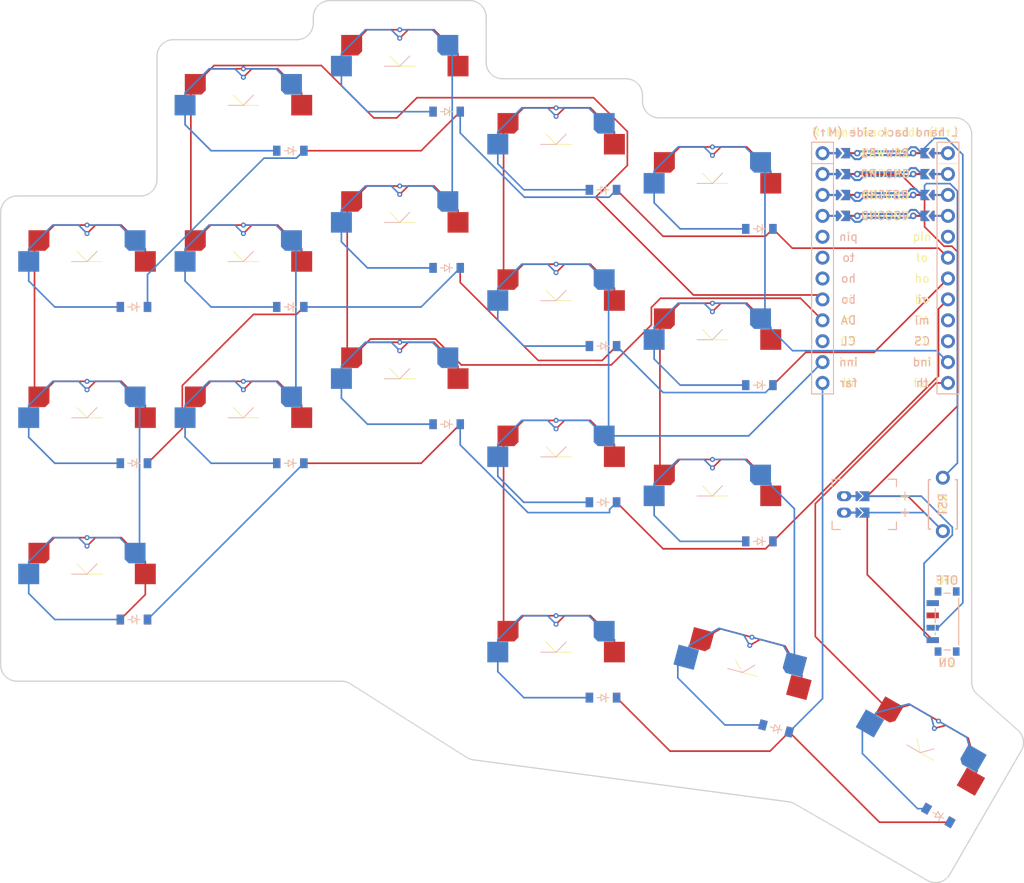
<source format=kicad_pcb>
(kicad_pcb (version 20241229) (generator "pcbnew") (generator_version "9.0")
  (layers (0 "F.Cu" signal) (2 "B.Cu" signal) (13 "F.Paste" user) (15 "B.Paste" user) (5 "F.SilkS" user "F.Silkscreen") (7 "B.SilkS" user "B.Silkscreen") (1 "F.Mask" user) (3 "B.Mask" user) (25 "Edge.Cuts" user))
  (net 0 "")
  (net 1 "pin_bo")
  (net 2 "pin")
  (net 3 "GND")
  (net 4 "pin_ho")
  (net 5 "pin_to")
  (net 6 "ri_bo")
  (net 7 "ri")
  (net 8 "ri_ho")
  (net 9 "ri_to")
  (net 10 "mi_bo")
  (net 11 "mi")
  (net 12 "mi_ho")
  (net 13 "mi_to")
  (net 14 "ind_bo")
  (net 15 "ind")
  (net 16 "ind_ho")
  (net 17 "ind_to")
  (net 18 "inn_bo")
  (net 19 "inn")
  (net 20 "inn_ho")
  (net 21 "inn_to")
  (net 22 "ind_th")
  (net 23 "inn_th")
  (net 24 "far_th")
  (net 25 "far")
  (net 26 "bo")
  (net 27 "ho")
  (net 28 "to")
  (net 29 "th")
  (net 30 "RAW")
  (net 31 "RST")
  (net 32 "VCC")
  (net 33 "P21")
  (net 34 "P20")
  (net 35 "P19")
  (net 36 "CS")
  (net 37 "P1")
  (net 38 "P0")
  (net 39 "DA")
  (net 40 "CL")
  (net 41 "MCU1_24")
  (net 42 "MCU1_1")
  (net 43 "MCU1_23")
  (net 44 "MCU1_2")
  (net 45 "MCU1_22")
  (net 46 "MCU1_3")
  (net 47 "MCU1_21")
  (net 48 "MCU1_4")
  (net 49 "BAT_P")
  (net 50 "JST1_1")
  (net 51 "JST1_2")
  (footprint "ceoloide:power_switch_smd_side" (layer "F.Cu") (at 191.5 118.25)
    (property "Reference" "PWR1" (hide yes))
    (property "Value" "")
  )
  (footprint "ceoloide:diode_tht_sod123" (layer "F.Cu") (at 190.436345 141.823076 150)
    (property "Reference" "D18" (hide yes))
    (property "Value" "")
  )
  (footprint "ceoloide:diode_tht_sod123" (layer "F.Cu") (at 168.7 108.5 180)
    (property "Reference" "D13" (hide yes))
    (property "Value" "")
  )
  (footprint "ceoloide:reset_switch_tht_top" (layer "F.Cu") (at 191 104 90)
    (property "Reference" "RST1" (hide yes))
    (property "Value" "")
  )
  (footprint "ceoloide:diode_tht_sod123" (layer "F.Cu") (at 149.7 84.75 180)
    (property "Reference" "D11" (hide yes))
    (property "Value" "")
  )
  (footprint "ceoloide:diode_tht_sod123" (layer "F.Cu") (at 92.7 118 180)
    (property "Reference" "D1" (hide yes))
    (property "Value" "")
  )
  (footprint "ceoloide:diode_tht_sod123" (layer "F.Cu") (at 130.7 56.25 180)
    (property "Reference" "D9" (hide yes))
    (property "Value" "")
  )
  (footprint "ceoloide:diode_tht_sod123" (layer "F.Cu") (at 111.7 61 180)
    (property "Reference" "D6" (hide yes))
    (property "Value" "")
  )
  (footprint "ceoloide:diode_tht_sod123" (layer "F.Cu") (at 111.7 99 180)
    (property "Reference" "D4" (hide yes))
    (property "Value" "")
  )
  (footprint "ceoloide:diode_tht_sod123" (layer "F.Cu") (at 149.7 103.75 180)
    (property "Reference" "D10" (hide yes))
    (property "Value" "")
  )
  (footprint "ceoloide:battery_connector_jst_ph_2" (layer "F.Cu") (at 179 104 90)
    (property "Reference" "JST1" (hide yes))
    (property "Value" "")
  )
  (footprint "ceoloide:diode_tht_sod123" (layer "F.Cu") (at 168.7 70.5 180)
    (property "Reference" "D15" (hide yes))
    (property "Value" "")
  )
  (footprint "ceoloide:diode_tht_sod123" (layer "F.Cu") (at 92.7 99 180)
    (property "Reference" "D2" (hide yes))
    (property "Value" "")
  )
  (footprint "ceoloide:diode_tht_sod123" (layer "F.Cu") (at 92.7 80 180)
    (property "Reference" "D3" (hide yes))
    (property "Value" "")
  )
  (footprint "ceoloide:diode_tht_sod123" (layer "F.Cu") (at 130.7 94.25 180)
    (property "Reference" "D7" (hide yes))
    (property "Value" "")
  )
  (footprint "ceoloide:mcu_supermini_nrf52840" (layer "F.Cu") (at 184 74)
    (property "Reference" "MCU1" (hide yes))
    (property "Value" "")
  )
  (footprint "ceoloide:diode_tht_sod123" (layer "F.Cu") (at 168.7 89.5 180)
    (property "Reference" "D14" (hide yes))
    (property "Value" "")
  )
  (footprint "ceoloide:diode_tht_sod123" (layer "F.Cu") (at 149.7 65.75 180)
    (property "Reference" "D12" (hide yes))
    (property "Value" "")
  )
  (footprint "ceoloide:diode_tht_sod123" (layer "F.Cu") (at 170.72932 131.248046 165)
    (property "Reference" "D17" (hide yes))
    (property "Value" "")
  )
  (footprint "ceoloide:diode_tht_sod123" (layer "F.Cu") (at 149.7 127.5 180)
    (property "Reference" "D16" (hide yes))
    (property "Value" "")
  )
  (footprint "ceoloide:diode_tht_sod123" (layer "F.Cu") (at 130.7 75.25 180)
    (property "Reference" "D8" (hide yes))
    (property "Value" "")
  )
  (footprint "ceoloide:diode_tht_sod123" (layer "F.Cu") (at 111.7 80 180)
    (property "Reference" "D5" (hide yes))
    (property "Value" "")
  )
  (footprint "ceoloide:switch_mx" (layer "B.Cu") (at 106 77)
    (property "Reference" "S5" (hide yes))
    (property "Value" "")
  )
  (footprint "ceoloide:switch_mx" (layer "B.Cu") (at 87 115)
    (property "Reference" "S1" (hide yes))
    (property "Value" "")
  )
  (footprint "ceoloide:switch_mx" (layer "B.Cu") (at 163 86.5)
    (property "Reference" "S14" (hide yes))
    (property "Value" "")
  )
  (footprint "ceoloide:switch_mx" (layer "B.Cu") (at 106 96)
    (property "Reference" "S4" (hide yes))
    (property "Value" "")
  )
  (footprint "ceoloide:switch_mx" (layer "B.Cu") (at 87 77)
    (property "Reference" "S3" (hide yes))
    (property "Value" "")
  )
  (footprint "ceoloide:switch_mx" (layer "B.Cu") (at 125 91.25)
    (property "Reference" "S7" (hide yes))
    (property "Value" "")
  )
  (footprint "ceoloide:switch_mx" (layer "B.Cu") (at 87 96)
    (property "Reference" "S2" (hide yes))
    (property "Value" "")
  )
  (footprint "ceoloide:switch_mx" (layer "B.Cu") (at 166 126.875 -15)
    (property "Reference" "S17" (hide yes))
    (property "Value" "")
  )
  (footprint "ceoloide:switch_mx" (layer "B.Cu") (at 144 124.5)
    (property "Reference" "S16" (hide yes))
    (property "Value" "")
  )
  (footprint "ceoloide:switch_mx" (layer "B.Cu") (at 163 105.5)
    (property "Reference" "S13" (hide yes))
    (property "Value" "")
  )
  (footprint "ceoloide:switch_mx" (layer "B.Cu") (at 144 100.75)
    (property "Reference" "S10" (hide yes))
    (property "Value" "")
  )
  (footprint "ceoloide:switch_mx" (layer "B.Cu") (at 125 72.25)
    (property "Reference" "S8" (hide yes))
    (property "Value" "")
  )
  (footprint "ceoloide:switch_mx" (layer "B.Cu") (at 125 53.25)
    (property "Reference" "S9" (hide yes))
    (property "Value" "")
  )
  (footprint "ceoloide:switch_mx" (layer "B.Cu") (at 106 58)
    (property "Reference" "S6" (hide yes))
    (property "Value" "")
  )
  (footprint "ceoloide:switch_mx" (layer "B.Cu") (at 187 136.375 -30)
    (property "Reference" "S18" (hide yes))
    (property "Value" "")
  )
  (footprint "ceoloide:switch_mx" (layer "B.Cu") (at 144 81.75)
    (property "Reference" "S11" (hide yes))
    (property "Value" "")
  )
  (footprint "ceoloide:switch_mx" (layer "B.Cu") (at 163 67.5)
    (property "Reference" "S15" (hide yes))
    (property "Value" "")
  )
  (footprint "ceoloide:switch_mx" (layer "B.Cu") (at 144 62.75)
    (property "Reference" "S12" (hide yes))
    (property "Value" "")
  )
  (gr_arc (start 95.5 64.5) (mid 94.914214 65.914214) (end 93.5 66.5) (stroke (width 0.15)) (layer "Edge.Cuts"))
  (gr_line (start 191.843267 148.986216) (end 200.524679 133.949569) (stroke (width 0.15)) (layer "Edge.Cuts"))
  (gr_arc (start 95.5 49.5) (mid 96.085786 48.085786) (end 97.5 47.5) (stroke (width 0.15)) (layer "Edge.Cuts"))
  (gr_line (start 154.5 55) (end 154.5 54.25) (stroke (width 0.15)) (layer "Edge.Cuts"))
  (gr_line (start 152.5 52.25) (end 137.5 52.25) (stroke (width 0.15)) (layer "Edge.Cuts"))
  (gr_arc (start 133.935088 135.057982) (mid 133.516257 134.955259) (end 133.12918 134.765147) (stroke (width 0.15)) (layer "Edge.Cuts"))
  (gr_arc (start 156.5 57) (mid 155.085786 56.414214) (end 154.5 55) (stroke (width 0.15)) (layer "Edge.Cuts"))
  (gr_line (start 76.5 68.5) (end 76.5 123.5) (stroke (width 0.15)) (layer "Edge.Cuts"))
  (gr_line (start 133.935088 135.057982) (end 172.264029 140.165932) (stroke (width 0.15)) (layer "Edge.Cuts"))
  (gr_line (start 112.5 47.5) (end 97.5 47.5) (stroke (width 0.15)) (layer "Edge.Cuts"))
  (gr_arc (start 133.5 42.75) (mid 134.914214 43.335786) (end 135.5 44.75) (stroke (width 0.15)) (layer "Edge.Cuts"))
  (gr_line (start 93.5 66.5) (end 78.5 66.5) (stroke (width 0.15)) (layer "Edge.Cuts"))
  (gr_arc (start 117.919941 125.5) (mid 118.477038 125.579167) (end 118.990045 125.810362) (stroke (width 0.15)) (layer "Edge.Cuts"))
  (gr_line (start 133.5 42.75) (end 116.5 42.75) (stroke (width 0.15)) (layer "Edge.Cuts"))
  (gr_arc (start 114.5 45.5) (mid 113.914214 46.914214) (end 112.5 47.5) (stroke (width 0.15)) (layer "Edge.Cuts"))
  (gr_line (start 172.999832 140.416355) (end 189.111216 149.718267) (stroke (width 0.15)) (layer "Edge.Cuts"))
  (gr_line (start 200.115077 131.449193) (end 195.177551 127.097201) (stroke (width 0.15)) (layer "Edge.Cuts"))
  (gr_arc (start 114.5 44.75) (mid 115.085786 43.335786) (end 116.5 42.75) (stroke (width 0.15)) (layer "Edge.Cuts"))
  (gr_line (start 118.990045 125.810362) (end 133.12918 134.765147) (stroke (width 0.15)) (layer "Edge.Cuts"))
  (gr_arc (start 78.5 125.5) (mid 77.085786 124.914214) (end 76.5 123.5) (stroke (width 0.15)) (layer "Edge.Cuts"))
  (gr_arc (start 192.5 57) (mid 193.914214 57.585786) (end 194.5 59) (stroke (width 0.15)) (layer "Edge.Cuts"))
  (gr_line (start 194.5 125.596825) (end 194.5 59) (stroke (width 0.15)) (layer "Edge.Cuts"))
  (gr_line (start 135.5 50.25) (end 135.5 44.75) (stroke (width 0.15)) (layer "Edge.Cuts"))
  (gr_line (start 78.5 125.5) (end 117.919941 125.5) (stroke (width 0.15)) (layer "Edge.Cuts"))
  (gr_line (start 114.5 44.75) (end 114.5 45.5) (stroke (width 0.15)) (layer "Edge.Cuts"))
  (gr_arc (start 200.115077 131.449193) (mid 200.76633 132.626251) (end 200.524679 133.949569) (stroke (width 0.15)) (layer "Edge.Cuts"))
  (gr_arc (start 195.177551 127.097201) (mid 194.677233 126.419961) (end 194.5 125.596825) (stroke (width 0.15)) (layer "Edge.Cuts"))
  (gr_arc (start 172.264029 140.165932) (mid 172.64421 140.255061) (end 172.999832 140.416355) (stroke (width 0.15)) (layer "Edge.Cuts"))
  (gr_arc (start 137.5 52.25) (mid 136.085786 51.664214) (end 135.5 50.25) (stroke (width 0.15)) (layer "Edge.Cuts"))
  (gr_line (start 192.5 57) (end 156.5 57) (stroke (width 0.15)) (layer "Edge.Cuts"))
  (gr_arc (start 152.5 52.25) (mid 153.914214 52.835786) (end 154.5 54.25) (stroke (width 0.15)) (layer "Edge.Cuts"))
  (gr_arc (start 191.843267 148.986216) (mid 190.628852 149.918071) (end 189.111216 149.718267) (stroke (width 0.15)) (layer "Edge.Cuts"))
  (gr_line (start 95.5 49.5) (end 95.5 64.5) (stroke (width 0.15)) (layer "Edge.Cuts"))
  (gr_arc (start 76.5 68.5) (mid 77.085786 67.085786) (end 78.5 66.5) (stroke (width 0.15)) (layer "Edge.Cuts"))
  (segment (start 88.029 108.041) (end 91.166 108.041) (width 0.2) (layer "F.Cu") (net 1))
  (segment (start 94.085 114.965) (end 94.085 112.46) (width 0.2) (layer "F.Cu") (net 1))
  (segment (start 91.05 118) (end 94.085 114.965) (width 0.2) (layer "F.Cu") (net 1))
  (segment (start 94.085 110.96) (end 94.085 112.46) (width 0.2) (layer "F.Cu") (net 1))
  (segment (start 87 109.07) (end 88.029 108.041) (width 0.2) (layer "F.Cu") (net 1))
  (segment (start 91.166 108.041) (end 94.085 110.96) (width 0.2) (layer "F.Cu") (net 1))
  (via (at 87 109.07) (size 0.6) (drill 0.3) (layers "F.Cu" "B.Cu") (net 1))
  (segment (start 79.915 114.834892) (end 79.915 112.46) (width 0.2) (layer "B.Cu") (net 1))
  (segment (start 91.05 118) (end 83.080108 118) (width 0.2) (layer "B.Cu") (net 1))
  (segment (start 82.834 108.041) (end 85.971 108.041) (width 0.2) (layer "B.Cu") (net 1))
  (segment (start 79.915 110.96) (end 82.834 108.041) (width 0.2) (layer "B.Cu") (net 1))
  (segment (start 83.080108 118) (end 79.915 114.834892) (width 0.2) (layer "B.Cu") (net 1))
  (segment (start 85.971 108.041) (end 87 109.07) (width 0.2) (layer "B.Cu") (net 1))
  (segment (start 79.915 112.46) (end 79.915 110.96) (width 0.2) (layer "B.Cu") (net 1))
  (segment (start 81.158 90.92) (end 80.619 90.381) (width 0.2) (layer "F.Cu") (net 2))
  (segment (start 81.158 71.92) (end 83.037 70.041) (width 0.2) (layer "F.Cu") (net 2))
  (segment (start 81.158 90.92) (end 83.037 89.041) (width 0.2) (layer "F.Cu") (net 2))
  (segment (start 83.037 89.041) (end 87 89.041) (width 0.2) (layer "F.Cu") (net 2))
  (segment (start 83.037 70.041) (end 87 70.041) (width 0.2) (layer "F.Cu") (net 2))
  (segment (start 80.619 90.381) (end 80.619 72.459) (width 0.2) (layer "F.Cu") (net 2))
  (segment (start 80.619 72.459) (end 81.158 71.92) (width 0.2) (layer "F.Cu") (net 2))
  (segment (start 81.158 109.92) (end 83.037 108.041) (width 0.2) (layer "F.Cu") (net 2))
  (segment (start 83.037 108.041) (end 87 108.041) (width 0.2) (layer "F.Cu") (net 2))
  (via (at 87 70.041) (size 0.6) (drill 0.3) (layers "F.Cu" "B.Cu") (net 2))
  (via (at 87 89.041) (size 0.6) (drill 0.3) (layers "F.Cu" "B.Cu") (net 2))
  (via (at 87 108.041) (size 0.6) (drill 0.3) (layers "F.Cu" "B.Cu") (net 2))
  (segment (start 87 108.041) (end 90.963 108.0405) (width 0.2) (layer "B.Cu") (net 2))
  (segment (start 93.381 91.459) (end 92.842 90.92) (width 0.2) (layer "B.Cu") (net 2))
  (segment (start 93.381 109.381) (end 93.381 91.459) (width 0.2) (layer "B.Cu") (net 2))
  (segment (start 90.963 89.041) (end 92.842 90.92) (width 0.2) (layer "B.Cu") (net 2))
  (segment (start 87 89.041) (end 90.963 89.0405) (width 0.2) (layer "B.Cu") (net 2))
  (segment (start 90.963 108.041) (end 92.842 109.92) (width 0.2) (layer "B.Cu") (net 2))
  (segment (start 92.842 109.92) (end 93.381 109.381) (width 0.2) (layer "B.Cu") (net 2))
  (segment (start 90.963 70.041) (end 92.842 71.92) (width 0.2) (layer "B.Cu") (net 2))
  (segment (start 87 70.041) (end 90.963 70.0405) (width 0.2) (layer "B.Cu") (net 2))
  (segment (start 188.775 66.38) (end 188.38 66.38) (width 0.2) (layer "F.Cu") (net 3))
  (segment (start 185.84 63.84) (end 179.225 63.84) (width 0.2) (layer "F.Cu") (net 3))
  (segment (start 188.775 66.38) (end 187.4 66.38) (width 0.25) (layer "F.Cu") (net 3))
  (segment (start 179.225 63.84) (end 180.6 63.84) (width 0.25) (layer "F.Cu") (net 3))
  (segment (start 192.771 92.045) (end 192.771 73.28524) (width 0.2) (layer "F.Cu") (net 3))
  (segment (start 192.771 73.28524) (end 192.09676 72.611) (width 0.2) (layer "F.Cu") (net 3))
  (segment (start 188.775 70.24276) (end 188.775 68.92) (width 0.2) (layer "F.Cu") (net 3))
  (segment (start 188.38 66.38) (end 185.84 63.84) (width 0.2) (layer "F.Cu") (net 3))
  (segment (start 192.09676 72.611) (end 191.14324 72.611) (width 0.2) (layer "F.Cu") (net 3))
  (segment (start 186.75 103) (end 181.816 103) (width 0.2) (layer "F.Cu") (net 3))
  (segment (start 188.775 68.92) (end 187.4 68.92) (width 0.25) (layer "F.Cu") (net 3))
  (segment (start 191 107.25) (end 186.75 103) (width 0.2) (layer "F.Cu") (net 3))
  (segment (start 181.816 103) (end 192.771 92.045) (width 0.2) (layer "F.Cu") (net 3))
  (segment (start 191.14324 72.611) (end 188.775 70.24276) (width 0.2) (layer "F.Cu") (net 3))
  (segment (start 188.775 68.92) (end 188.775 66.38) (width 0.2) (layer "F.Cu") (net 3))
  (segment (start 180.299695 69.645) (end 180.900305 69.645) (width 0.25) (layer "B.Cu") (net 3))
  (segment (start 179.225 68.92) (end 179.574695 68.92) (width 0.25) (layer "B.Cu") (net 3))
  (segment (start 188.775 63.84) (end 188.425305 63.84) (width 0.25) (layer "B.Cu") (net 3))
  (segment (start 179.574695 68.92) (end 180.299695 69.645) (width 0.25) (layer "B.Cu") (net 3))
  (segment (start 188.425305 63.84) (end 187.700305 63.115) (width 0.25) (layer "B.Cu") (net 3))
  (segment (start 179.574695 66.38) (end 180.299695 67.105) (width 0.25) (layer "B.Cu") (net 3))
  (segment (start 181.395305 66.61) (end 187.17 66.61) (width 0.25) (layer "B.Cu") (net 3))
  (segment (start 180.900305 67.105) (end 181.395305 66.61) (width 0.25) (layer "B.Cu") (net 3))
  (segment (start 179.225 66.38) (end 179.574695 66.38) (width 0.25) (layer "B.Cu") (net 3))
  (segment (start 180.900305 69.645) (end 181.395305 69.15) (width 0.25) (layer "B.Cu") (net 3))
  (segment (start 191 107.25) (end 188.75 105) (width 0.2) (layer "B.Cu") (net 3))
  (segment (start 188.75 105) (end 181.816 105) (width 0.2) (layer "B.Cu") (net 3))
  (segment (start 186.594695 63.62) (end 180.82 63.62) (width 0.25) (layer "B.Cu") (net 3))
  (segment (start 180.299695 67.105) (end 180.900305 67.105) (width 0.25) (layer "B.Cu") (net 3))
  (segment (start 181.395305 69.15) (end 187.17 69.15) (width 0.25) (layer "B.Cu") (net 3))
  (segment (start 187.700305 63.115) (end 187.099695 63.115) (width 0.25) (layer "B.Cu") (net 3))
  (segment (start 187.099695 63.115) (end 186.594695 63.62) (width 0.25) (layer "B.Cu") (net 3))
  (segment (start 88.029 89.041) (end 91.166 89.041) (width 0.2) (layer "F.Cu") (net 4))
  (segment (start 91.166 89.041) (end 94.085 91.96) (width 0.2) (layer "F.Cu") (net 4))
  (segment (start 87 90.07) (end 88.029 89.041) (width 0.2) (layer "F.Cu") (net 4))
  (segment (start 94.085 91.96) (end 94.085 93.46) (width 0.2) (layer "F.Cu") (net 4))
  (via (at 87 90.07) (size 0.6) (drill 0.3) (layers "F.Cu" "B.Cu") (net 4))
  (segment (start 79.915 93.46) (end 79.915 91.96) (width 0.2) (layer "B.Cu") (net 4))
  (segment (start 82.834 89.041) (end 85.971 89.041) (width 0.2) (layer "B.Cu") (net 4))
  (segment (start 91.05 99) (end 83.080108 99) (width 0.2) (layer "B.Cu") (net 4))
  (segment (start 79.915 95.834892) (end 79.915 93.46) (width 0.2) (layer "B.Cu") (net 4))
  (segment (start 83.080108 99) (end 79.915 95.834892) (width 0.2) (layer "B.Cu") (net 4))
  (segment (start 85.971 89.041) (end 87 90.07) (width 0.2) (layer "B.Cu") (net 4))
  (segment (start 79.915 91.96) (end 82.834 89.041) (width 0.2) (layer "B.Cu") (net 4))
  (segment (start 94.085 72.96) (end 94.085 74.46) (width 0.2) (layer "F.Cu") (net 5))
  (segment (start 87 71.07) (end 88.029 70.041) (width 0.2) (layer "F.Cu") (net 5))
  (segment (start 88.029 70.041) (end 91.166 70.041) (width 0.2) (layer "F.Cu") (net 5))
  (segment (start 91.166 70.041) (end 94.085 72.96) (width 0.2) (layer "F.Cu") (net 5))
  (via (at 87 71.07) (size 0.6) (drill 0.3) (layers "F.Cu" "B.Cu") (net 5))
  (segment (start 91.05 80) (end 83.080108 80) (width 0.2) (layer "B.Cu") (net 5))
  (segment (start 82.834 70.041) (end 85.971 70.041) (width 0.2) (layer "B.Cu") (net 5))
  (segment (start 85.971 70.041) (end 87 71.07) (width 0.2) (layer "B.Cu") (net 5))
  (segment (start 79.915 72.96) (end 82.834 70.041) (width 0.2) (layer "B.Cu") (net 5))
  (segment (start 79.915 74.46) (end 79.915 72.96) (width 0.2) (layer "B.Cu") (net 5))
  (segment (start 83.080108 80) (end 79.915 76.834892) (width 0.2) (layer "B.Cu") (net 5))
  (segment (start 79.915 76.834892) (end 79.915 74.46) (width 0.2) (layer "B.Cu") (net 5))
  (segment (start 106 90.07) (end 107.029 89.041) (width 0.2) (layer "F.Cu") (net 6))
  (segment (start 110.166 89.041) (end 113.085 91.96) (width 0.2) (layer "F.Cu") (net 6))
  (segment (start 113.085 91.96) (end 113.085 93.46) (width 0.2) (layer "F.Cu") (net 6))
  (segment (start 107.029 89.041) (end 110.166 89.041) (width 0.2) (layer "F.Cu") (net 6))
  (via (at 106 90.07) (size 0.6) (drill 0.3) (layers "F.Cu" "B.Cu") (net 6))
  (segment (start 102.080108 99) (end 98.915 95.834892) (width 0.2) (layer "B.Cu") (net 6))
  (segment (start 101.834 89.041) (end 104.971 89.041) (width 0.2) (layer "B.Cu") (net 6))
  (segment (start 98.915 95.834892) (end 98.915 93.46) (width 0.2) (layer "B.Cu") (net 6))
  (segment (start 98.915 91.96) (end 101.834 89.041) (width 0.2) (layer "B.Cu") (net 6))
  (segment (start 104.971 89.041) (end 106 90.07) (width 0.2) (layer "B.Cu") (net 6))
  (segment (start 98.915 93.46) (end 98.915 91.96) (width 0.2) (layer "B.Cu") (net 6))
  (segment (start 110.05 99) (end 102.080108 99) (width 0.2) (layer "B.Cu") (net 6))
  (segment (start 115.470108 50.64) (end 102.438 50.64) (width 0.2) (layer "F.Cu") (net 7))
  (segment (start 148.801 66.651) (end 152.661 62.791) (width 0.2) (layer "F.Cu") (net 7))
  (segment (start 100.158 71.92) (end 99.619 71.381) (width 0.2) (layer "F.Cu") (net 7))
  (segment (start 160.689 78.539) (end 148.801 66.651) (width 0.2) (layer "F.Cu") (net 7))
  (segment (start 99.619 53.459) (end 100.158 52.92) (width 0.2) (layer "F.Cu") (net 7))
  (segment (start 100.158 52.92) (end 102.037 51.041) (width 0.2) (layer "F.Cu") (net 7))
  (segment (start 99.619 71.381) (end 99.619 53.459) (width 0.2) (layer "F.Cu") (net 7))
  (segment (start 175.839 78.539) (end 160.689 78.539) (width 0.2) (layer "F.Cu") (net 7))
  (segment (start 100.158 90.92) (end 102.037 89.041) (width 0.2) (layer "F.Cu") (net 7))
  (segment (start 100.158 71.92) (end 102.037 70.041) (width 0.2) (layer "F.Cu") (net 7))
  (segment (start 124.634527 57.011) (end 121.841108 57.011) (width 0.2) (layer "F.Cu") (net 7))
  (segment (start 102.037 70.041) (end 106 70.041) (width 0.2) (layer "F.Cu") (net 7))
  (segment (start 176.38 79.08) (end 175.839 78.539) (width 0.2) (layer "F.Cu") (net 7))
  (segment (start 148.553 54.551) (end 127.094527 54.551) (width 0.2) (layer "F.Cu") (net 7))
  (segment (start 102.037 89.041) (end 106 89.041) (width 0.2) (layer "F.Cu") (net 7))
  (segment (start 152.661 62.791) (end 152.661 58.659) (width 0.2) (layer "F.Cu") (net 7))
  (segment (start 102.037 51.041) (end 106 51.041) (width 0.2) (layer "F.Cu") (net 7))
  (segment (start 127.094527 54.551) (end 124.634527 57.011) (width 0.2) (layer "F.Cu") (net 7))
  (segment (start 121.841108 57.011) (end 115.470108 50.64) (width 0.2) (layer "F.Cu") (net 7))
  (segment (start 152.661 58.659) (end 148.553 54.551) (width 0.2) (layer "F.Cu") (net 7))
  (segment (start 102.438 50.64) (end 100.158 52.92) (width 0.2) (layer "F.Cu") (net 7))
  (via (at 106 89.041) (size 0.6) (drill 0.3) (layers "F.Cu" "B.Cu") (net 7))
  (via (at 106 51.041) (size 0.6) (drill 0.3) (layers "F.Cu" "B.Cu") (net 7))
  (via (at 106 70.041) (size 0.6) (drill 0.3) (layers "F.Cu" "B.Cu") (net 7))
  (segment (start 112.381 72.459) (end 111.842 71.92) (width 0.2) (layer "B.Cu") (net 7))
  (segment (start 112.381 90.381) (end 112.381 72.459) (width 0.2) (layer "B.Cu") (net 7))
  (segment (start 111.842 90.92) (end 112.381 90.381) (width 0.2) (layer "B.Cu") (net 7))
  (segment (start 106 70.041) (end 109.963 70.0405) (width 0.2) (layer "B.Cu") (net 7))
  (segment (start 109.963 70.041) (end 111.842 71.92) (width 0.2) (layer "B.Cu") (net 7))
  (segment (start 109.963 89.041) (end 111.842 90.92) (width 0.2) (layer "B.Cu") (net 7))
  (segment (start 106 89.041) (end 109.963 89.0405) (width 0.2) (layer "B.Cu") (net 7))
  (segment (start 109.963 51.041) (end 111.842 52.92) (width 0.2) (layer "B.Cu") (net 7))
  (segment (start 106 51.041) (end 109.963 51.0405) (width 0.2) (layer "B.Cu") (net 7))
  (segment (start 110.166 70.041) (end 113.085 72.96) (width 0.2) (layer "F.Cu") (net 8))
  (segment (start 106 71.07) (end 107.029 70.041) (width 0.2) (layer "F.Cu") (net 8))
  (segment (start 113.085 72.96) (end 113.085 74.46) (width 0.2) (layer "F.Cu") (net 8))
  (segment (start 107.029 70.041) (end 110.166 70.041) (width 0.2) (layer "F.Cu") (net 8))
  (via (at 106 71.07) (size 0.6) (drill 0.3) (layers "F.Cu" "B.Cu") (net 8))
  (segment (start 102.080108 80) (end 98.915 76.834892) (width 0.2) (layer "B.Cu") (net 8))
  (segment (start 98.915 74.46) (end 98.915 72.96) (width 0.2) (layer "B.Cu") (net 8))
  (segment (start 98.915 76.834892) (end 98.915 74.46) (width 0.2) (layer "B.Cu") (net 8))
  (segment (start 101.834 70.041) (end 104.971 70.041) (width 0.2) (layer "B.Cu") (net 8))
  (segment (start 104.971 70.041) (end 106 71.07) (width 0.2) (layer "B.Cu") (net 8))
  (segment (start 98.915 72.96) (end 101.834 70.041) (width 0.2) (layer "B.Cu") (net 8))
  (segment (start 110.05 80) (end 102.080108 80) (width 0.2) (layer "B.Cu") (net 8))
  (segment (start 106 52.07) (end 107.029 51.041) (width 0.2) (layer "F.Cu") (net 9))
  (segment (start 107.029 51.041) (end 110.166 51.041) (width 0.2) (layer "F.Cu") (net 9))
  (segment (start 113.085 53.96) (end 113.085 55.46) (width 0.2) (layer "F.Cu") (net 9))
  (segment (start 110.166 51.041) (end 113.085 53.96) (width 0.2) (layer "F.Cu") (net 9))
  (via (at 106 52.07) (size 0.6) (drill 0.3) (layers "F.Cu" "B.Cu") (net 9))
  (segment (start 110.05 61) (end 102.080108 61) (width 0.2) (layer "B.Cu") (net 9))
  (segment (start 98.915 53.96) (end 101.834 51.041) (width 0.2) (layer "B.Cu") (net 9))
  (segment (start 101.834 51.041) (end 104.971 51.041) (width 0.2) (layer "B.Cu") (net 9))
  (segment (start 104.971 51.041) (end 106 52.07) (width 0.2) (layer "B.Cu") (net 9))
  (segment (start 98.915 55.46) (end 98.915 53.96) (width 0.2) (layer "B.Cu") (net 9))
  (segment (start 98.915 57.834892) (end 98.915 55.46) (width 0.2) (layer "B.Cu") (net 9))
  (segment (start 102.080108 61) (end 98.915 57.834892) (width 0.2) (layer "B.Cu") (net 9))
  (segment (start 132.085 87.21) (end 132.085 88.71) (width 0.2) (layer "F.Cu") (net 10))
  (segment (start 125 85.32) (end 126.029 84.291) (width 0.2) (layer "F.Cu") (net 10))
  (segment (start 129.166 84.291) (end 132.085 87.21) (width 0.2) (layer "F.Cu") (net 10))
  (segment (start 126.029 84.291) (end 129.166 84.291) (width 0.2) (layer "F.Cu") (net 10))
  (via (at 125 85.32) (size 0.6) (drill 0.3) (layers "F.Cu" "B.Cu") (net 10))
  (segment (start 117.915 91.084892) (end 117.915 88.71) (width 0.2) (layer "B.Cu") (net 10))
  (segment (start 123.971 84.291) (end 125 85.32) (width 0.2) (layer "B.Cu") (net 10))
  (segment (start 120.834 84.291) (end 123.971 84.291) (width 0.2) (layer "B.Cu") (net 10))
  (segment (start 121.080108 94.25) (end 117.915 91.084892) (width 0.2) (layer "B.Cu") (net 10))
  (segment (start 117.915 88.71) (end 117.915 87.21) (width 0.2) (layer "B.Cu") (net 10))
  (segment (start 129.05 94.25) (end 121.080108 94.25) (width 0.2) (layer "B.Cu") (net 10))
  (segment (start 117.915 87.21) (end 120.834 84.291) (width 0.2) (layer "B.Cu") (net 10))
  (segment (start 119.158 48.17) (end 121.037 46.291) (width 0.2) (layer "F.Cu") (net 11))
  (segment (start 176.38 81.62) (end 173.7 78.94) (width 0.2) (layer "F.Cu") (net 11))
  (segment (start 156.687322 78.94) (end 155.582 80.045322) (width 0.2) (layer "F.Cu") (net 11))
  (segment (start 129.3321 83.89) (end 121.438 83.89) (width 0.2) (layer "F.Cu") (net 11))
  (segment (start 121.037 65.291) (end 125 65.291) (width 0.2) (layer "F.Cu") (net 11))
  (segment (start 121.438 83.89) (end 119.158 86.17) (width 0.2) (layer "F.Cu") (net 11))
  (segment (start 119.158 67.17) (end 121.037 65.291) (width 0.2) (layer "F.Cu") (net 11))
  (segment (start 173.7 78.94) (end 156.687322 78.94) (width 0.2) (layer "F.Cu") (net 11))
  (segment (start 118.619 85.631) (end 118.619 67.709) (width 0.2) (layer "F.Cu") (net 11))
  (segment (start 119.158 86.17) (end 118.619 85.631) (width 0.2) (layer "F.Cu") (net 11))
  (segment (start 155.582 80.045322) (end 155.582 82.17) (width 0.2) (layer "F.Cu") (net 11))
  (segment (start 150.7081 87.0439) (end 132.486 87.0439) (width 0.2) (layer "F.Cu") (net 11))
  (segment (start 118.619 67.709) (end 119.158 67.17) (width 0.2) (layer "F.Cu") (net 11))
  (segment (start 121.037 46.291) (end 125 46.291) (width 0.2) (layer "F.Cu") (net 11))
  (segment (start 121.037 84.291) (end 125 84.291) (width 0.2) (layer "F.Cu") (net 11))
  (segment (start 155.582 82.17) (end 150.7081 87.0439) (width 0.2) (layer "F.Cu") (net 11))
  (segment (start 132.486 87.0439) (end 129.3321 83.89) (width 0.2) (layer "F.Cu") (net 11))
  (segment (start 119.158 86.17) (end 121.037 84.291) (width 0.2) (layer "F.Cu") (net 11))
  (via (at 125 65.291) (size 0.6) (drill 0.3) (layers "F.Cu" "B.Cu") (net 11))
  (via (at 125 46.291) (size 0.6) (drill 0.3) (layers "F.Cu" "B.Cu") (net 11))
  (via (at 125 84.291) (size 0.6) (drill 0.3) (layers "F.Cu" "B.Cu") (net 11))
  (segment (start 130.842 67.17) (end 131.381 66.631) (width 0.2) (layer "B.Cu") (net 11))
  (segment (start 125 46.291) (end 128.963 46.2905) (width 0.2) (layer "B.Cu") (net 11))
  (segment (start 128.963 46.291) (end 130.842 48.17) (width 0.2) (layer "B.Cu") (net 11))
  (segment (start 125 84.291) (end 128.963 84.2905) (width 0.2) (layer "B.Cu") (net 11))
  (segment (start 131.381 66.631) (end 131.381 48.709) (width 0.2) (layer "B.Cu") (net 11))
  (segment (start 131.381 48.709) (end 130.842 48.17) (width 0.2) (layer "B.Cu") (net 11))
  (segment (start 128.963 65.291) (end 130.842 67.17) (width 0.2) (layer "B.Cu") (net 11))
  (segment (start 128.963 84.291) (end 130.842 86.17) (width 0.2) (layer "B.Cu") (net 11))
  (segment (start 125 65.291) (end 128.963 65.2905) (width 0.2) (layer "B.Cu") (net 11))
  (segment (start 126.029 65.291) (end 129.166 65.291) (width 0.2) (layer "F.Cu") (net 12))
  (segment (start 129.166 65.291) (end 132.085 68.21) (width 0.2) (layer "F.Cu") (net 12))
  (segment (start 125 66.32) (end 126.029 65.291) (width 0.2) (layer "F.Cu") (net 12))
  (segment (start 132.085 68.21) (end 132.085 69.71) (width 0.2) (layer "F.Cu") (net 12))
  (via (at 125 66.32) (size 0.6) (drill 0.3) (layers "F.Cu" "B.Cu") (net 12))
  (segment (start 117.915 69.71) (end 117.915 68.21) (width 0.2) (layer "B.Cu") (net 12))
  (segment (start 117.915 72.084892) (end 117.915 69.71) (width 0.2) (layer "B.Cu") (net 12))
  (segment (start 117.915 68.21) (end 120.834 65.291) (width 0.2) (layer "B.Cu") (net 12))
  (segment (start 121.080108 75.25) (end 117.915 72.084892) (width 0.2) (layer "B.Cu") (net 12))
  (segment (start 129.05 75.25) (end 121.080108 75.25) (width 0.2) (layer "B.Cu") (net 12))
  (segment (start 123.971 65.291) (end 125 66.32) (width 0.2) (layer "B.Cu") (net 12))
  (segment (start 120.834 65.291) (end 123.971 65.291) (width 0.2) (layer "B.Cu") (net 12))
  (segment (start 125 47.32) (end 126.029 46.291) (width 0.2) (layer "F.Cu") (net 13))
  (segment (start 126.029 46.291) (end 129.166 46.291) (width 0.2) (layer "F.Cu") (net 13))
  (segment (start 132.085 49.21) (end 132.085 50.71) (width 0.2) (layer "F.Cu") (net 13))
  (segment (start 129.166 46.291) (end 132.085 49.21) (width 0.2) (layer "F.Cu") (net 13))
  (via (at 125 47.32) (size 0.6) (drill 0.3) (layers "F.Cu" "B.Cu") (net 13))
  (segment (start 117.915 49.21) (end 120.834 46.291) (width 0.2) (layer "B.Cu") (net 13))
  (segment (start 117.915 53.084892) (end 117.915 50.71) (width 0.2) (layer "B.Cu") (net 13))
  (segment (start 123.971 46.291) (end 125 47.32) (width 0.2) (layer "B.Cu") (net 13))
  (segment (start 129.05 56.25) (end 121.080108 56.25) (width 0.2) (layer "B.Cu") (net 13))
  (segment (start 117.915 50.71) (end 117.915 49.21) (width 0.2) (layer "B.Cu") (net 13))
  (segment (start 120.834 46.291) (end 123.971 46.291) (width 0.2) (layer "B.Cu") (net 13))
  (segment (start 121.080108 56.25) (end 117.915 53.084892) (width 0.2) (layer "B.Cu") (net 13))
  (segment (start 151.085 96.71) (end 151.085 98.21) (width 0.2) (layer "F.Cu") (net 14))
  (segment (start 145.029 93.791) (end 148.166 93.791) (width 0.2) (layer "F.Cu") (net 14))
  (segment (start 148.166 93.791) (end 151.085 96.71) (width 0.2) (layer "F.Cu") (net 14))
  (segment (start 144 94.82) (end 145.029 93.791) (width 0.2) (layer "F.Cu") (net 14))
  (via (at 144 94.82) (size 0.6) (drill 0.3) (layers "F.Cu" "B.Cu") (net 14))
  (segment (start 136.915 100.584892) (end 136.915 98.21) (width 0.2) (layer "B.Cu") (net 14))
  (segment (start 142.971 93.791) (end 144 94.82) (width 0.2) (layer "B.Cu") (net 14))
  (segment (start 136.915 96.71) (end 139.834 93.791) (width 0.2) (layer "B.Cu") (net 14))
  (segment (start 139.834 93.791) (end 142.971 93.791) (width 0.2) (layer "B.Cu") (net 14))
  (segment (start 136.915 98.21) (end 136.915 96.71) (width 0.2) (layer "B.Cu") (net 14))
  (segment (start 148.05 103.75) (end 140.080108 103.75) (width 0.2) (layer "B.Cu") (net 14))
  (segment (start 140.080108 103.75) (end 136.915 100.584892) (width 0.2) (layer "B.Cu") (net 14))
  (segment (start 140.037 117.541) (end 144 117.541) (width 0.2) (layer "F.Cu") (net 15))
  (segment (start 138.158 119.42) (end 140.037 117.541) (width 0.2) (layer "F.Cu") (net 15))
  (segment (start 137.619 96.209) (end 138.158 95.67) (width 0.2) (layer "F.Cu") (net 15))
  (segment (start 138.158 76.67) (end 140.037 74.791) (width 0.2) (layer "F.Cu") (net 15))
  (segment (start 138.158 95.67) (end 140.037 93.791) (width 0.2) (layer "F.Cu") (net 15))
  (segment (start 137.619 76.131) (end 137.619 58.209) (width 0.2) (layer "F.Cu") (net 15))
  (segment (start 138.158 76.67) (end 137.619 76.131) (width 0.2) (layer "F.Cu") (net 15))
  (segment (start 137.619 118.881) (end 137.619 96.209) (width 0.2) (layer "F.Cu") (net 15))
  (segment (start 140.037 74.791) (end 144 74.791) (width 0.2) (layer "F.Cu") (net 15))
  (segment (start 140.037 55.791) (end 144 55.791) (width 0.2) (layer "F.Cu") (net 15))
  (segment (start 140.037 93.791) (end 144 93.791) (width 0.2) (layer "F.Cu") (net 15))
  (segment (start 138.158 119.42) (end 137.619 118.881) (width 0.2) (layer "F.Cu") (net 15))
  (segment (start 137.619 58.209) (end 138.158 57.67) (width 0.2) (layer "F.Cu") (net 15))
  (segment (start 138.158 57.67) (end 140.037 55.791) (width 0.2) (layer "F.Cu") (net 15))
  (via (at 144 74.791) (size 0.6) (drill 0.3) (layers "F.Cu" "B.Cu") (net 15))
  (via (at 144 117.541) (size 0.6) (drill 0.3) (layers "F.Cu" "B.Cu") (net 15))
  (via (at 144 55.791) (size 0.6) (drill 0.3) (layers "F.Cu" "B.Cu") (net 15))
  (via (at 144 93.791) (size 0.6) (drill 0.3) (layers "F.Cu" "B.Cu") (net 15))
  (segment (start 144 117.541) (end 147.963 117.5405) (width 0.2) (layer "B.Cu") (net 15))
  (segment (start 147.963 117.541) (end 149.842 119.42) (width 0.2) (layer "B.Cu") (net 15))
  (segment (start 176.38 86.7) (end 167.41 95.67) (width 0.2) (layer "B.Cu") (net 15))
  (segment (start 149.842 95.67) (end 150.381 95.131) (width 0.2) (layer "B.Cu") (net 15))
  (segment (start 147.963 74.791) (end 149.842 76.67) (width 0.2) (layer "B.Cu") (net 15))
  (segment (start 150.381 95.131) (end 150.381 77.209) (width 0.2) (layer "B.Cu") (net 15))
  (segment (start 144 74.791) (end 147.963 74.7905) (width 0.2) (layer "B.Cu") (net 15))
  (segment (start 150.381 77.209) (end 149.842 76.67) (width 0.2) (layer "B.Cu") (net 15))
  (segment (start 147.963 55.791) (end 149.842 57.67) (width 0.2) (layer "B.Cu") (net 15))
  (segment (start 144 55.791) (end 147.963 55.7905) (width 0.2) (layer "B.Cu") (net 15))
  (segment (start 147.963 93.791) (end 149.842 95.67) (width 0.2) (layer "B.Cu") (net 15))
  (segment (start 144 93.791) (end 147.963 93.7905) (width 0.2) (layer "B.Cu") (net 15))
  (segment (start 167.41 95.67) (end 149.842 95.67) (width 0.2) (layer "B.Cu") (net 15))
  (segment (start 148.166 74.791) (end 151.085 77.71) (width 0.2) (layer "F.Cu") (net 16))
  (segment (start 151.085 77.71) (end 151.085 79.21) (width 0.2) (layer "F.Cu") (net 16))
  (segment (start 145.029 74.791) (end 148.166 74.791) (width 0.2) (layer "F.Cu") (net 16))
  (segment (start 144 75.82) (end 145.029 74.791) (width 0.2) (layer "F.Cu") (net 16))
  (via (at 144 75.82) (size 0.6) (drill 0.3) (layers "F.Cu" "B.Cu") (net 16))
  (segment (start 136.915 79.21) (end 136.915 77.71) (width 0.2) (layer "B.Cu") (net 16))
  (segment (start 148.05 84.75) (end 140.080108 84.75) (width 0.2) (layer "B.Cu") (net 16))
  (segment (start 140.080108 84.75) (end 136.915 81.584892) (width 0.2) (layer "B.Cu") (net 16))
  (segment (start 139.834 74.791) (end 142.971 74.791) (width 0.2) (layer "B.Cu") (net 16))
  (segment (start 136.915 77.71) (end 139.834 74.791) (width 0.2) (layer "B.Cu") (net 16))
  (segment (start 136.915 81.584892) (end 136.915 79.21) (width 0.2) (layer "B.Cu") (net 16))
  (segment (start 142.971 74.791) (end 144 75.82) (width 0.2) (layer "B.Cu") (net 16))
  (segment (start 148.166 55.791) (end 151.085 58.71) (width 0.2) (layer "F.Cu") (net 17))
  (segment (start 145.029 55.791) (end 148.166 55.791) (width 0.2) (layer "F.Cu") (net 17))
  (segment (start 151.085 58.71) (end 151.085 60.21) (width 0.2) (layer "F.Cu") (net 17))
  (segment (start 144 56.82) (end 145.029 55.791) (width 0.2) (layer "F.Cu") (net 17))
  (via (at 144 56.82) (size 0.6) (drill 0.3) (layers "F.Cu" "B.Cu") (net 17))
  (segment (start 136.915 58.71) (end 139.834 55.791) (width 0.2) (layer "B.Cu") (net 17))
  (segment (start 142.971 55.791) (end 144 56.82) (width 0.2) (layer "B.Cu") (net 17))
  (segment (start 136.915 62.584892) (end 136.915 60.21) (width 0.2) (layer "B.Cu") (net 17))
  (segment (start 140.080108 65.75) (end 136.915 62.584892) (width 0.2) (layer "B.Cu") (net 17))
  (segment (start 139.834 55.791) (end 142.971 55.791) (width 0.2) (layer "B.Cu") (net 17))
  (segment (start 136.915 60.21) (end 136.915 58.71) (width 0.2) (layer "B.Cu") (net 17))
  (segment (start 148.05 65.75) (end 140.080108 65.75) (width 0.2) (layer "B.Cu") (net 17))
  (segment (start 170.085 101.46) (end 170.085 102.96) (width 0.2) (layer "F.Cu") (net 18))
  (segment (start 167.166 98.541) (end 170.085 101.46) (width 0.2) (layer "F.Cu") (net 18))
  (segment (start 164.029 98.541) (end 167.166 98.541) (width 0.2) (layer "F.Cu") (net 18))
  (segment (start 163 99.57) (end 164.029 98.541) (width 0.2) (layer "F.Cu") (net 18))
  (via (at 163 99.57) (size 0.6) (drill 0.3) (layers "F.Cu" "B.Cu") (net 18))
  (segment (start 167.05 108.5) (end 159.080108 108.5) (width 0.2) (layer "B.Cu") (net 18))
  (segment (start 155.915 105.334892) (end 155.915 102.96) (width 0.2) (layer "B.Cu") (net 18))
  (segment (start 155.915 101.46) (end 158.834 98.541) (width 0.2) (layer "B.Cu") (net 18))
  (segment (start 155.915 102.96) (end 155.915 101.46) (width 0.2) (layer "B.Cu") (net 18))
  (segment (start 161.971 98.541) (end 163 99.57) (width 0.2) (layer "B.Cu") (net 18))
  (segment (start 159.080108 108.5) (end 155.915 105.334892) (width 0.2) (layer "B.Cu") (net 18))
  (segment (start 158.834 98.541) (end 161.971 98.541) (width 0.2) (layer "B.Cu") (net 18))
  (segment (start 159.037 98.541) (end 163 98.541) (width 0.2) (layer "F.Cu") (net 19))
  (segment (start 156.619 99.881) (end 156.619 81.959) (width 0.2) (layer "F.Cu") (net 19))
  (segment (start 157.158 100.42) (end 159.037 98.541) (width 0.2) (layer "F.Cu") (net 19))
  (segment (start 157.158 100.42) (end 156.619 99.881) (width 0.2) (layer "F.Cu") (net 19))
  (segment (start 163.973158 119.127422) (end 167.801122 120.153122) (width 0.2) (layer "F.Cu") (net 19))
  (segment (start 161.671862 120.456076) (end 163.973158 119.127422) (width 0.2) (layer "F.Cu") (net 19))
  (segment (start 156.619 81.959) (end 157.158 81.42) (width 0.2) (layer "F.Cu") (net 19))
  (segment (start 159.037 60.541) (end 163 60.541) (width 0.2) (layer "F.Cu") (net 19))
  (segment (start 157.158 62.42) (end 159.037 60.541) (width 0.2) (layer "F.Cu") (net 19))
  (segment (start 157.158 81.42) (end 159.037 79.541) (width 0.2) (layer "F.Cu") (net 19))
  (segment (start 159.037 79.541) (end 163 79.541) (width 0.2) (layer "F.Cu") (net 19))
  (via (at 163 79.541) (size 0.6) (drill 0.3) (layers "F.Cu" "B.Cu") (net 19))
  (via (at 167.801122 120.153122) (size 0.6) (drill 0.3) (layers "F.Cu" "B.Cu") (net 19))
  (via (at 163 60.541) (size 0.6) (drill 0.3) (layers "F.Cu" "B.Cu") (net 19))
  (via (at 163 98.541) (size 0.6) (drill 0.3) (layers "F.Cu" "B.Cu") (net 19))
  (segment (start 172.957739 123.480118) (end 172.957739 104.535739) (width 0.2) (layer "B.Cu") (net 19))
  (segment (start 169.381 80.881) (end 169.381 62.959) (width 0.2) (layer "B.Cu") (net 19))
  (segment (start 191.62 86.7) (end 190.231 85.311) (width 0.2) (layer "B.Cu") (net 19))
  (segment (start 163 60.541) (end 166.963 60.5405) (width 0.2) (layer "B.Cu") (net 19))
  (segment (start 168.842 81.42) (end 169.381 80.881) (width 0.2) (layer "B.Cu") (net 19))
  (segment (start 163 79.541) (end 166.963 79.5405) (width 0.2) (layer "B.Cu") (net 19))
  (segment (start 166.963 60.541) (end 168.842 62.42) (width 0.2) (layer "B.Cu") (net 19))
  (segment (start 166.963 98.541) (end 168.842 100.42) (width 0.2) (layer "B.Cu") (net 19))
  (segment (start 163 98.541) (end 166.963 98.5405) (width 0.2) (layer "B.Cu") (net 19))
  (segment (start 169.381 62.959) (end 168.842 62.42) (width 0.2) (layer "B.Cu") (net 19))
  (segment (start 167.801122 120.153122) (end 171.629215 121.178339) (width 0.2) (layer "B.Cu") (net 19))
  (segment (start 172.733 85.311) (end 168.842 81.42) (width 0.2) (layer "B.Cu") (net 19))
  (segment (start 166.963 79.541) (end 168.842 81.42) (width 0.2) (layer "B.Cu") (net 19))
  (segment (start 171.629086 121.178822) (end 172.957739 123.480118) (width 0.2) (layer "B.Cu") (net 19))
  (segment (start 190.231 85.311) (end 172.733 85.311) (width 0.2) (layer "B.Cu") (net 19))
  (segment (start 172.957739 104.535739) (end 168.842 100.42) (width 0.2) (layer "B.Cu") (net 19))
  (segment (start 170.085 82.46) (end 170.085 83.96) (width 0.2) (layer "F.Cu") (net 20))
  (segment (start 163 80.57) (end 164.029 79.541) (width 0.2) (layer "F.Cu") (net 20))
  (segment (start 164.029 79.541) (end 167.166 79.541) (width 0.2) (layer "F.Cu") (net 20))
  (segment (start 167.166 79.541) (end 170.085 82.46) (width 0.2) (layer "F.Cu") (net 20))
  (via (at 163 80.57) (size 0.6) (drill 0.3) (layers "F.Cu" "B.Cu") (net 20))
  (segment (start 167.05 89.5) (end 159.080108 89.5) (width 0.2) (layer "B.Cu") (net 20))
  (segment (start 155.915 86.334892) (end 155.915 83.96) (width 0.2) (layer "B.Cu") (net 20))
  (segment (start 155.915 83.96) (end 155.915 82.46) (width 0.2) (layer "B.Cu") (net 20))
  (segment (start 159.080108 89.5) (end 155.915 86.334892) (width 0.2) (layer "B.Cu") (net 20))
  (segment (start 161.971 79.541) (end 163 80.57) (width 0.2) (layer "B.Cu") (net 20))
  (segment (start 155.915 82.46) (end 158.834 79.541) (width 0.2) (layer "B.Cu") (net 20))
  (segment (start 158.834 79.541) (end 161.971 79.541) (width 0.2) (layer "B.Cu") (net 20))
  (segment (start 167.166 60.541) (end 170.085 63.46) (width 0.2) (layer "F.Cu") (net 21))
  (segment (start 170.085 63.46) (end 170.085 64.96) (width 0.2) (layer "F.Cu") (net 21))
  (segment (start 163 61.57) (end 164.029 60.541) (width 0.2) (layer "F.Cu") (net 21))
  (segment (start 164.029 60.541) (end 167.166 60.541) (width 0.2) (layer "F.Cu") (net 21))
  (via (at 163 61.57) (size 0.6) (drill 0.3) (layers "F.Cu" "B.Cu") (net 21))
  (segment (start 161.971 60.541) (end 163 61.57) (width 0.2) (layer "B.Cu") (net 21))
  (segment (start 158.834 60.541) (end 161.971 60.541) (width 0.2) (layer "B.Cu") (net 21))
  (segment (start 167.05 70.5) (end 159.080108 70.5) (width 0.2) (layer "B.Cu") (net 21))
  (segment (start 155.915 67.334892) (end 155.915 64.96) (width 0.2) (layer "B.Cu") (net 21))
  (segment (start 155.915 64.96) (end 155.915 63.46) (width 0.2) (layer "B.Cu") (net 21))
  (segment (start 155.915 63.46) (end 158.834 60.541) (width 0.2) (layer "B.Cu") (net 21))
  (segment (start 159.080108 70.5) (end 155.915 67.334892) (width 0.2) (layer "B.Cu") (net 21))
  (segment (start 145.029 117.541) (end 148.166 117.541) (width 0.2) (layer "F.Cu") (net 22))
  (segment (start 151.085 120.46) (end 151.085 121.96) (width 0.2) (layer "F.Cu") (net 22))
  (segment (start 144 118.57) (end 145.029 117.541) (width 0.2) (layer "F.Cu") (net 22))
  (segment (start 148.166 117.541) (end 151.085 120.46) (width 0.2) (layer "F.Cu") (net 22))
  (via (at 144 118.57) (size 0.6) (drill 0.3) (layers "F.Cu" "B.Cu") (net 22))
  (segment (start 136.915 124.334892) (end 136.915 121.96) (width 0.2) (layer "B.Cu") (net 22))
  (segment (start 136.915 121.96) (end 136.915 120.46) (width 0.2) (layer "B.Cu") (net 22))
  (segment (start 140.080108 127.5) (end 136.915 124.334892) (width 0.2) (layer "B.Cu") (net 22))
  (segment (start 142.971 117.541) (end 144 118.57) (width 0.2) (layer "B.Cu") (net 22))
  (segment (start 139.834 117.541) (end 142.971 117.541) (width 0.2) (layer "B.Cu") (net 22))
  (segment (start 148.05 127.5) (end 140.080108 127.5) (width 0.2) (layer "B.Cu") (net 22))
  (segment (start 136.915 120.46) (end 139.834 117.541) (width 0.2) (layer "B.Cu") (net 22))
  (segment (start 168.795059 120.419447) (end 171.825169 121.231362) (width 0.2) (layer "F.Cu") (net 23))
  (segment (start 171.825169 121.231362) (end 173.889213 124.806393) (width 0.2) (layer "F.Cu") (net 23))
  (segment (start 173.889213 124.806393) (end 173.500985 126.255281) (width 0.2) (layer "F.Cu") (net 23))
  (segment (start 167.534797 121.14706) (end 168.795059 120.419447) (width 0.2) (layer "F.Cu") (net 23))
  (via (at 167.534797 121.14706) (size 0.6) (drill 0.3) (layers "F.Cu" "B.Cu") (net 23))
  (segment (start 158.793195 125.100189) (end 158.793195 123.608436) (width 0.2) (layer "B.Cu") (net 23))
  (segment (start 164.514001 130.820995) (end 158.793195 125.100189) (width 0.2) (layer "B.Cu") (net 23))
  (segment (start 163.777075 119.074882) (end 166.807184 119.886797) (width 0.2) (layer "B.Cu") (net 23))
  (segment (start 166.807184 119.886797) (end 167.534797 121.14706) (width 0.2) (layer "B.Cu") (net 23))
  (segment (start 160.202045 121.138927) (end 163.777075 119.074882) (width 0.2) (layer "B.Cu") (net 23))
  (segment (start 169.135542 130.820995) (end 164.514001 130.820995) (width 0.2) (layer "B.Cu") (net 23))
  (segment (start 159.813816 122.587816) (end 160.202045 121.138927) (width 0.2) (layer "B.Cu") (net 23))
  (segment (start 158.793195 123.608436) (end 159.813816 122.587815) (width 0.2) (layer "B.Cu") (net 23))
  (segment (start 194.087362 132.431329) (end 195.15579 136.418757) (width 0.2) (layer "F.Cu") (net 24))
  (segment (start 189.965 131.239469) (end 191.37064 130.862829) (width 0.2) (layer "F.Cu") (net 24))
  (segment (start 191.37064 130.862829) (end 194.087362 132.431329) (width 0.2) (layer "F.Cu") (net 24))
  (segment (start 195.15579 136.418757) (end 194.40579 137.717796) (width 0.2) (layer "F.Cu") (net 24))
  (via (at 189.965 131.239469) (size 0.6) (drill 0.3) (layers "F.Cu" "B.Cu") (net 24))
  (segment (start 182.13421 130.632796) (end 182.88421 129.333757) (width 0.2) (layer "B.Cu") (net 24))
  (segment (start 189.007403 140.998076) (end 187.923775 140.998076) (width 0.2) (layer "B.Cu") (net 24))
  (segment (start 186.871638 128.265329) (end 189.58836 129.833829) (width 0.2) (layer "B.Cu") (net 24))
  (segment (start 181.219146 134.293447) (end 181.219146 131.547859) (width 0.2) (layer "B.Cu") (net 24))
  (segment (start 181.219146 131.547859) (end 182.13421 130.632795) (width 0.2) (layer "B.Cu") (net 24))
  (segment (start 182.88421 129.333757) (end 186.871638 128.265329) (width 0.2) (layer "B.Cu") (net 24))
  (segment (start 189.58836 129.833829) (end 189.965 131.239469) (width 0.2) (layer "B.Cu") (net 24))
  (segment (start 187.923775 140.998076) (end 181.219146 134.293447) (width 0.2) (layer "B.Cu") (net 24))
  (segment (start 191.62 89.24) (end 190.1771 89.24) (width 0.2) (layer "F.Cu") (net 25))
  (segment (start 190.1771 89.24) (end 175.5 103.9171) (width 0.2) (layer "F.Cu") (net 25))
  (segment (start 175.5 120.073911) (end 184.48068 129.054591) (width 0.2) (layer "F.Cu") (net 25))
  (segment (start 184.48068 129.054591) (end 187.047441 128.366829) (width 0.2) (layer "F.Cu") (net 25))
  (segment (start 175.5 103.9171) (end 175.5 120.073911) (width 0.2) (layer "F.Cu") (net 25))
  (segment (start 187.047441 128.366829) (end 190.4795 130.348329) (width 0.2) (layer "F.Cu") (net 25))
  (via (at 190.4795 130.348329) (size 0.6) (drill 0.3) (layers "F.Cu" "B.Cu") (net 25))
  (segment (start 193.911559 132.329829) (end 194.59932 134.896591) (width 0.2) (layer "B.Cu") (net 25))
  (segment (start 190.4795 130.348329) (end 193.911809 132.329396) (width 0.2) (layer "B.Cu") (net 25))
  (segment (start 170.35 108.5) (end 169.449 109.401) (width 0.2) (layer "F.Cu") (net 26))
  (segment (start 132.35 94.25) (end 127.6 99) (width 0.2) (layer "F.Cu") (net 26))
  (segment (start 127.6 99) (end 113.35 99) (width 0.2) (layer "F.Cu") (net 26))
  (segment (start 190.469 80.231) (end 190.469 88.381) (width 0.2) (layer "F.Cu") (net 26))
  (segment (start 157.001 109.401) (end 151.35 103.75) (width 0.2) (layer "F.Cu") (net 26))
  (segment (start 191.62 79.08) (end 190.469 80.231) (width 0.2) (layer "F.Cu") (net 26))
  (segment (start 190.469 88.381) (end 170.35 108.5) (width 0.2) (layer "F.Cu") (net 26))
  (segment (start 169.449 109.401) (end 157.001 109.401) (width 0.2) (layer "F.Cu") (net 26))
  (segment (start 132.35 96.772) (end 140.578 105) (width 0.2) (layer "B.Cu") (net 26))
  (segment (start 94.35 118) (end 113.35 99) (width 0.2) (layer "B.Cu") (net 26))
  (segment (start 150.5 104.6) (end 151.35 103.75) (width 0.2) (layer "B.Cu") (net 26))
  (segment (start 140.578 105) (end 150.5 105) (width 0.2) (layer "B.Cu") (net 26))
  (segment (start 150.5 105) (end 150.5 104.6) (width 0.2) (layer "B.Cu") (net 26))
  (segment (start 132.35 94.25) (end 132.35 96.772) (width 0.2) (layer "B.Cu") (net 26))
  (segment (start 182.649 85.511) (end 174.339 85.511) (width 0.2) (layer "F.Cu") (net 27))
  (segment (start 132.35 77.019892) (end 141.830108 86.5) (width 0.2) (layer "F.Cu") (net 27))
  (segment (start 112.449 80.901) (end 113.35 80) (width 0.2) (layer "F.Cu") (net 27))
  (segment (start 98.582 94.768) (end 98.582 89.545322) (width 0.2) (layer "F.Cu") (net 27))
  (segment (start 174.339 85.511) (end 170.35 89.5) (width 0.2) (layer "F.Cu") (net 27))
  (segment (start 94.35 99) (end 98.582 94.768) (width 0.2) (layer "F.Cu") (net 27))
  (segment (start 98.582 89.545322) (end 107.226322 80.901) (width 0.2) (layer "F.Cu") (net 27))
  (segment (start 107.226322 80.901) (end 112.449 80.901) (width 0.2) (layer "F.Cu") (net 27))
  (segment (start 149.6 86.5) (end 151.35 84.75) (width 0.2) (layer "F.Cu") (net 27))
  (segment (start 132.35 75.25) (end 132.35 77.019892) (width 0.2) (layer "F.Cu") (net 27))
  (segment (start 141.830108 86.5) (end 149.6 86.5) (width 0.2) (layer "F.Cu") (net 27))
  (segment (start 191.62 76.54) (end 182.649 85.511) (width 0.2) (layer "F.Cu") (net 27))
  (segment (start 157.001 90.401) (end 169.449 90.401) (width 0.2) (layer "B.Cu") (net 27))
  (segment (start 151.35 84.75) (end 157.001 90.401) (width 0.2) (layer "B.Cu") (net 27))
  (segment (start 127.6 80) (end 132.35 75.25) (width 0.2) (layer "B.Cu") (net 27))
  (segment (start 113.35 80) (end 127.6 80) (width 0.2) (layer "B.Cu") (net 27))
  (segment (start 169.449 90.401) (end 170.35 89.5) (width 0.2) (layer "B.Cu") (net 27))
  (segment (start 170.35 70.5) (end 172.699 72.849) (width 0.2) (layer "F.Cu") (net 28))
  (segment (start 132.35 56.25) (end 127.6 61) (width 0.2) (layer "F.Cu") (net 28))
  (segment (start 172.699 72.849) (end 190.469 72.849) (width 0.2) (layer "F.Cu") (net 28))
  (segment (start 127.6 61) (end 113.35 61) (width 0.2) (layer "F.Cu") (net 28))
  (segment (start 157.001 71.401) (end 151.35 65.75) (width 0.2) (layer "F.Cu") (net 28))
  (segment (start 169.449 71.401) (end 157.001 71.401) (width 0.2) (layer "F.Cu") (net 28))
  (segment (start 170.35 70.5) (end 169.449 71.401) (width 0.2) (layer "F.Cu") (net 28))
  (segment (start 190.469 72.849) (end 191.62 74) (width 0.2) (layer "F.Cu") (net 28))
  (segment (start 150.449 66.651) (end 151.35 65.75) (width 0.2) (layer "B.Cu") (net 28))
  (segment (start 112.449 61.901) (end 113.35 61) (width 0.2) (layer "B.Cu") (net 28))
  (segment (start 132.35 56.25) (end 132.35 58.850028) (width 0.2) (layer "B.Cu") (net 28))
  (segment (start 132.35 58.850028) (end 140.150972 66.651) (width 0.2) (layer "B.Cu") (net 28))
  (segment (start 94.35 76.059) (end 108.508 61.901) (width 0.2) (layer "B.Cu") (net 28))
  (segment (start 94.35 80) (end 94.35 76.059) (width 0.2) (layer "B.Cu") (net 28))
  (segment (start 140.150972 66.651) (end 150.449 66.651) (width 0.2) (layer "B.Cu") (net 28))
  (segment (start 108.508 61.901) (end 112.449 61.901) (width 0.2) (layer "B.Cu") (net 28))
  (segment (start 157.85 134) (end 169.998195 134) (width 0.2) (layer "F.Cu") (net 29))
  (segment (start 183.296077 142.648076) (end 191.865287 142.648076) (width 0.2) (layer "F.Cu") (net 29))
  (segment (start 172.323098 131.675097) (end 183.296077 142.648076) (width 0.2) (layer "F.Cu") (net 29))
  (segment (start 151.35 127.5) (end 157.85 134) (width 0.2) (layer "F.Cu") (net 29))
  (segment (start 169.998195 134) (end 172.323098 131.675097) (width 0.2) (layer "F.Cu") (net 29))
  (segment (start 172.323098 131.675097) (end 176.38 127.618195) (width 0.2) (layer "B.Cu") (net 29))
  (segment (start 176.38 127.618195) (end 176.38 89.24) (width 0.2) (layer "B.Cu") (net 29))
  (segment (start 179.225 61.3) (end 180.6 61.3) (width 0.25) (layer "F.Cu") (net 30))
  (segment (start 190.407785 119) (end 189.765 119) (width 0.2) (layer "B.Cu") (net 30))
  (segment (start 193.424 61.47624) (end 193.424 115.983785) (width 0.2) (layer "B.Cu") (net 30))
  (segment (start 191.44776 59.5) (end 193.424 61.47624) (width 0.2) (layer "B.Cu") (net 30))
  (segment (start 188.425305 61.3) (end 187.700305 60.575) (width 0.25) (layer "B.Cu") (net 30))
  (segment (start 187.099695 60.575) (end 186.594695 61.08) (width 0.25) (layer "B.Cu") (net 30))
  (segment (start 186.594695 61.08) (end 180.82 61.08) (width 0.25) (layer "B.Cu") (net 30))
  (segment (start 189.945 59.5) (end 191.44776 59.5) (width 0.2) (layer "B.Cu") (net 30))
  (segment (start 187.700305 60.575) (end 187.099695 60.575) (width 0.25) (layer "B.Cu") (net 30))
  (segment (start 193.424 115.983785) (end 190.407785 119) (width 0.2) (layer "B.Cu") (net 30))
  (segment (start 188.775 61.3) (end 188.775 60.67) (width 0.2) (layer "B.Cu") (net 30))
  (segment (start 188.775 61.3) (end 188.425305 61.3) (width 0.25) (layer "B.Cu") (net 30))
  (segment (start 188.775 60.67) (end 189.945 59.5) (width 0.2) (layer "B.Cu") (net 30))
  (segment (start 179.225 66.38) (end 180.6 66.38) (width 0.25) (layer "F.Cu") (net 31))
  (segment (start 186.594695 66.16) (end 180.82 66.16) (width 0.25) (layer "B.Cu") (net 31))
  (segment (start 188.775 65.225) (end 188.775 66.38) (width 0.2) (layer "B.Cu") (net 31))
  (segment (start 188.425305 66.38) (end 187.700305 65.655) (width 0.25) (layer "B.Cu") (net 31))
  (segment (start 191 100.75) (end 192.771 98.979) (width 0.2) (layer "B.Cu") (net 31))
  (segment (start 192.771 98.979) (end 192.771 65.90324) (width 0.2) (layer "B.Cu") (net 31))
  (segment (start 188.775 66.38) (end 188.425305 66.38) (width 0.25) (layer "B.Cu") (net 31))
  (segment (start 187.700305 65.655) (end 187.099695 65.655) (width 0.25) (layer "B.Cu") (net 31))
  (segment (start 189 65) (end 188.775 65.225) (width 0.2) (layer "B.Cu") (net 31))
  (segment (start 187.099695 65.655) (end 186.594695 66.16) (width 0.25) (layer "B.Cu") (net 31))
  (segment (start 191.86776 65) (end 189 65) (width 0.2) (layer "B.Cu") (net 31))
  (segment (start 192.771 65.90324) (end 191.86776 65) (width 0.2) (layer "B.Cu") (net 31))
  (segment (start 179.225 68.92) (end 180.6 68.92) (width 0.25) (layer "F.Cu") (net 32))
  (segment (start 186.594695 68.7) (end 180.82 68.7) (width 0.25) (layer "B.Cu") (net 32))
  (segment (start 188.775 68.92) (end 188.425305 68.92) (width 0.25) (layer "B.Cu") (net 32))
  (segment (start 188.425305 68.92) (end 187.700305 68.195) (width 0.25) (layer "B.Cu") (net 32))
  (segment (start 187.099695 68.195) (end 186.594695 68.7) (width 0.25) (layer "B.Cu") (net 32))
  (segment (start 187.700305 68.195) (end 187.099695 68.195) (width 0.25) (layer "B.Cu") (net 32))
  (segment (start 188.775 61.3) (end 187.4 61.3) (width 0.25) (layer "F.Cu") (net 37))
  (segment (start 180.299695 62.025) (end 180.900305 62.025) (width 0.25) (layer "B.Cu") (net 37))
  (segment (start 179.574695 61.3) (end 180.299695 62.025) (width 0.25) (layer "B.Cu") (net 37))
  (segment (start 179.225 61.3) (end 179.574695 61.3) (width 0.25) (layer "B.Cu") (net 37))
  (segment (start 180.900305 62.025) (end 181.395305 61.53) (width 0.25) (layer "B.Cu") (net 37))
  (segment (start 181.395305 61.53) (end 187.17 61.53) (width 0.25) (layer "B.Cu") (net 37))
  (segment (start 188.775 63.84) (end 187.4 63.84) (width 0.25) (layer "F.Cu") (net 38))
  (segment (start 181.395305 64.07) (end 187.17 64.07) (width 0.25) (layer "B.Cu") (net 38))
  (segment (start 180.299695 64.565) (end 180.900305 64.565) (width 0.25) (layer "B.Cu") (net 38))
  (segment (start 179.225 63.84) (end 179.574695 63.84) (width 0.25) (layer "B.Cu") (net 38))
  (segment (start 179.574695 63.84) (end 180.299695 64.565) (width 0.25) (layer "B.Cu") (net 38))
  (segment (start 180.900305 64.565) (end 181.395305 64.07) (width 0.25) (layer "B.Cu") (net 38))
  (segment (start 176.38 61.3) (end 178.5 61.3) (width 0.25) (layer "F.Cu") (net 41))
  (segment (start 176.38 61.3) (end 178.5 61.3) (width 0.25) (layer "B.Cu") (net 41))
  (segment (start 189.5 61.3) (end 191.62 61.3) (width 0.25) (layer "F.Cu") (net 42))
  (segment (start 191.62 61.3) (end 189.5 61.3) (width 0.25) (layer "B.Cu") (net 42))
  (segment (start 176.38 63.84) (end 178.5 63.84) (width 0.25) (layer "F.Cu") (net 43))
  (segment (start 176.38 63.84) (end 178.5 63.84) (width 0.25) (layer "B.Cu") (net 43))
  (segment (start 189.5 63.84) (end 191.62 63.84) (width 0.25) (layer "F.Cu") (net 44))
  (segment (start 191.62 63.84) (end 189.5 63.84) (width 0.25) (layer "B.Cu") (net 44))
  (segment (start 176.38 66.38) (end 178.5 66.38) (width 0.25) (layer "F.Cu") (net 45))
  (segment (start 176.38 66.38) (end 178.5 66.38) (width 0.25) (layer "B.Cu") (net 45))
  (segment (start 189.5 66.38) (end 191.62 66.38) (width 0.25) (layer "F.Cu") (net 46))
  (segment (start 191.62 66.38) (end 189.5 66.38) (width 0.25) (layer "B.Cu") (net 46))
  (segment (start 176.38 68.92) (end 178.5 68.92) (width 0.25) (layer "F.Cu") (net 47))
  (segment (start 176.38 68.92) (end 178.5 68.92) (width 0.25) (layer "B.Cu") (net 47))
  (segment (start 189.5 68.92) (end 191.62 68.92) (width 0.25) (layer "F.Cu") (net 48))
  (segment (start 191.62 68.92) (end 189.5 68.92) (width 0.25) (layer "B.Cu") (net 48))
  (segment (start 181.816 112.551) (end 189.765 120.5) (width 0.2) (layer "F.Cu") (net 49))
  (segment (start 181.816 105) (end 181.816 112.551) (width 0.2) (layer "F.Cu") (net 49))
  (segment (start 188.714 111.16376) (end 192.151 107.72676) (width 0.2) (layer "B.Cu") (net 49))
  (segment (start 188.714 119.849) (end 188.714 111.16376) (width 0.2) (layer "B.Cu") (net 49))
  (segment (start 192.151 106.77324) (end 188.37776 103) (width 0.2) (layer "B.Cu") (net 49))
  (segment (start 189.365 120.5) (end 188.714 119.849) (width 0.2) (layer "B.Cu") (net 49))
  (segment (start 188.37776 103) (end 181.816 103) (width 0.2) (layer "B.Cu") (net 49))
  (segment (start 189.765 120.5) (end 189.365 120.5) (width 0.2) (layer "B.Cu") (net 49))
  (segment (start 192.151 107.72676) (end 192.151 106.77324) (width 0.2) (layer "B.Cu") (net 49))
  (segment (start 180.8 105) (end 179 105) (width 0.25) (layer "F.Cu") (net 50))
  (segment (start 180.8 105) (end 179 105) (width 0.25) (layer "B.Cu") (net 50))
  (segment (start 180.8 103) (end 179 103) (width 0.25) (layer "F.Cu") (net 51))
  (segment (start 180.8 103) (end 179 103) (width 0.25) (layer "B.Cu") (net 51))
)
</source>
